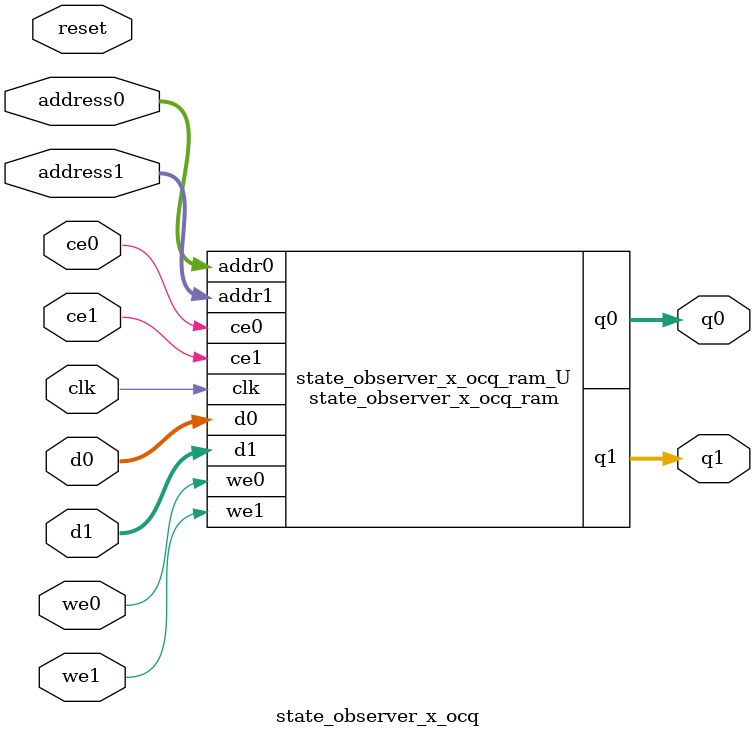
<source format=v>

`timescale 1 ns / 1 ps
module state_observer_x_ocq_ram (addr0, ce0, d0, we0, q0, addr1, ce1, d1, we1, q1,  clk);

parameter DWIDTH = 16;
parameter AWIDTH = 3;
parameter MEM_SIZE = 6;

input[AWIDTH-1:0] addr0;
input ce0;
input[DWIDTH-1:0] d0;
input we0;
output reg[DWIDTH-1:0] q0;
input[AWIDTH-1:0] addr1;
input ce1;
input[DWIDTH-1:0] d1;
input we1;
output reg[DWIDTH-1:0] q1;
input clk;

(* ram_style = "block" *)reg [DWIDTH-1:0] ram[0:MEM_SIZE-1];




always @(posedge clk)  
begin 
    if (ce0) 
    begin
        if (we0) 
        begin 
            ram[addr0] <= d0; 
            q0 <= d0;
        end 
        else 
            q0 <= ram[addr0];
    end
end


always @(posedge clk)  
begin 
    if (ce1) 
    begin
        if (we1) 
        begin 
            ram[addr1] <= d1; 
            q1 <= d1;
        end 
        else 
            q1 <= ram[addr1];
    end
end


endmodule


`timescale 1 ns / 1 ps
module state_observer_x_ocq(
    reset,
    clk,
    address0,
    ce0,
    we0,
    d0,
    q0,
    address1,
    ce1,
    we1,
    d1,
    q1);

parameter DataWidth = 32'd16;
parameter AddressRange = 32'd6;
parameter AddressWidth = 32'd3;
input reset;
input clk;
input[AddressWidth - 1:0] address0;
input ce0;
input we0;
input[DataWidth - 1:0] d0;
output[DataWidth - 1:0] q0;
input[AddressWidth - 1:0] address1;
input ce1;
input we1;
input[DataWidth - 1:0] d1;
output[DataWidth - 1:0] q1;



state_observer_x_ocq_ram state_observer_x_ocq_ram_U(
    .clk( clk ),
    .addr0( address0 ),
    .ce0( ce0 ),
    .we0( we0 ),
    .d0( d0 ),
    .q0( q0 ),
    .addr1( address1 ),
    .ce1( ce1 ),
    .we1( we1 ),
    .d1( d1 ),
    .q1( q1 ));

endmodule


</source>
